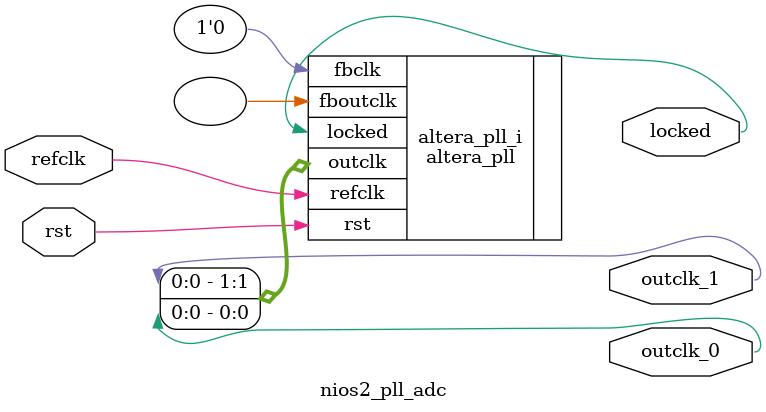
<source format=v>
`timescale 1ns/10ps
module  nios2_pll_adc(

	// interface 'refclk'
	input wire refclk,

	// interface 'reset'
	input wire rst,

	// interface 'outclk0'
	output wire outclk_0,

	// interface 'outclk1'
	output wire outclk_1,

	// interface 'locked'
	output wire locked
);

	altera_pll #(
		.fractional_vco_multiplier("false"),
		.reference_clock_frequency("100.0 MHz"),
		.operation_mode("direct"),
		.number_of_clocks(2),
		.output_clock_frequency0("40.000000 MHz"),
		.phase_shift0("0 ps"),
		.duty_cycle0(50),
		.output_clock_frequency1("65.000000 MHz"),
		.phase_shift1("0 ps"),
		.duty_cycle1(50),
		.output_clock_frequency2("0 MHz"),
		.phase_shift2("0 ps"),
		.duty_cycle2(50),
		.output_clock_frequency3("0 MHz"),
		.phase_shift3("0 ps"),
		.duty_cycle3(50),
		.output_clock_frequency4("0 MHz"),
		.phase_shift4("0 ps"),
		.duty_cycle4(50),
		.output_clock_frequency5("0 MHz"),
		.phase_shift5("0 ps"),
		.duty_cycle5(50),
		.output_clock_frequency6("0 MHz"),
		.phase_shift6("0 ps"),
		.duty_cycle6(50),
		.output_clock_frequency7("0 MHz"),
		.phase_shift7("0 ps"),
		.duty_cycle7(50),
		.output_clock_frequency8("0 MHz"),
		.phase_shift8("0 ps"),
		.duty_cycle8(50),
		.output_clock_frequency9("0 MHz"),
		.phase_shift9("0 ps"),
		.duty_cycle9(50),
		.output_clock_frequency10("0 MHz"),
		.phase_shift10("0 ps"),
		.duty_cycle10(50),
		.output_clock_frequency11("0 MHz"),
		.phase_shift11("0 ps"),
		.duty_cycle11(50),
		.output_clock_frequency12("0 MHz"),
		.phase_shift12("0 ps"),
		.duty_cycle12(50),
		.output_clock_frequency13("0 MHz"),
		.phase_shift13("0 ps"),
		.duty_cycle13(50),
		.output_clock_frequency14("0 MHz"),
		.phase_shift14("0 ps"),
		.duty_cycle14(50),
		.output_clock_frequency15("0 MHz"),
		.phase_shift15("0 ps"),
		.duty_cycle15(50),
		.output_clock_frequency16("0 MHz"),
		.phase_shift16("0 ps"),
		.duty_cycle16(50),
		.output_clock_frequency17("0 MHz"),
		.phase_shift17("0 ps"),
		.duty_cycle17(50),
		.pll_type("General"),
		.pll_subtype("General")
	) altera_pll_i (
		.rst	(rst),
		.outclk	({outclk_1, outclk_0}),
		.locked	(locked),
		.fboutclk	( ),
		.fbclk	(1'b0),
		.refclk	(refclk)
	);
endmodule


</source>
